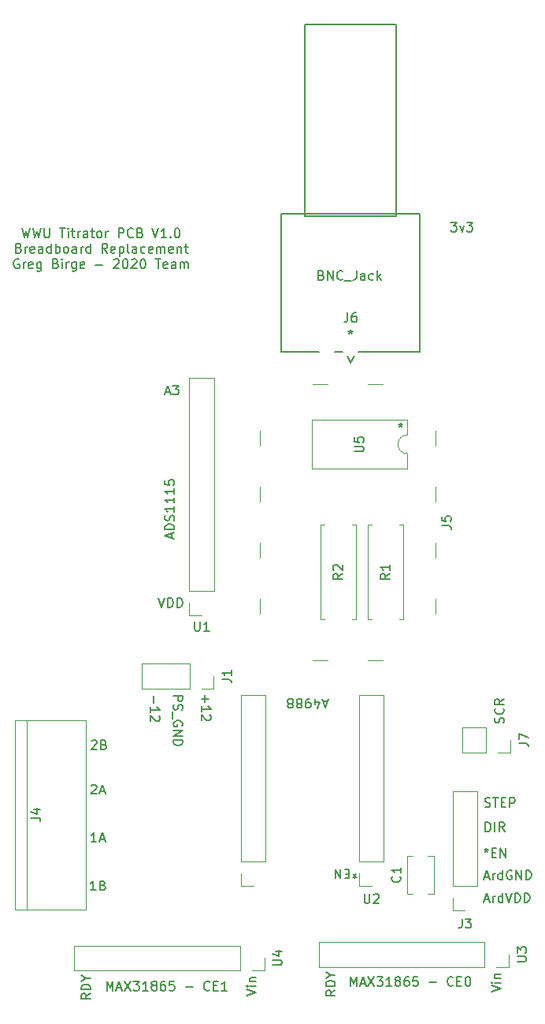
<source format=gto>
G04 #@! TF.GenerationSoftware,KiCad,Pcbnew,(5.1.5)-3*
G04 #@! TF.CreationDate,2020-07-21T16:33:31-04:00*
G04 #@! TF.ProjectId,full_project,66756c6c-5f70-4726-9f6a-6563742e6b69,rev?*
G04 #@! TF.SameCoordinates,Original*
G04 #@! TF.FileFunction,Legend,Top*
G04 #@! TF.FilePolarity,Positive*
%FSLAX46Y46*%
G04 Gerber Fmt 4.6, Leading zero omitted, Abs format (unit mm)*
G04 Created by KiCad (PCBNEW (5.1.5)-3) date 2020-07-21 16:33:31*
%MOMM*%
%LPD*%
G04 APERTURE LIST*
%ADD10C,0.150000*%
%ADD11C,0.120000*%
%ADD12C,0.152400*%
G04 APERTURE END LIST*
D10*
X176020361Y-102022114D02*
X176067980Y-101879257D01*
X176067980Y-101641161D01*
X176020361Y-101545923D01*
X175972742Y-101498304D01*
X175877504Y-101450685D01*
X175782266Y-101450685D01*
X175687028Y-101498304D01*
X175639409Y-101545923D01*
X175591790Y-101641161D01*
X175544171Y-101831638D01*
X175496552Y-101926876D01*
X175448933Y-101974495D01*
X175353695Y-102022114D01*
X175258457Y-102022114D01*
X175163219Y-101974495D01*
X175115600Y-101926876D01*
X175067980Y-101831638D01*
X175067980Y-101593542D01*
X175115600Y-101450685D01*
X175972742Y-100450685D02*
X176020361Y-100498304D01*
X176067980Y-100641161D01*
X176067980Y-100736400D01*
X176020361Y-100879257D01*
X175925123Y-100974495D01*
X175829885Y-101022114D01*
X175639409Y-101069733D01*
X175496552Y-101069733D01*
X175306076Y-101022114D01*
X175210838Y-100974495D01*
X175115600Y-100879257D01*
X175067980Y-100736400D01*
X175067980Y-100641161D01*
X175115600Y-100498304D01*
X175163219Y-100450685D01*
X176067980Y-99450685D02*
X175591790Y-99784019D01*
X176067980Y-100022114D02*
X175067980Y-100022114D01*
X175067980Y-99641161D01*
X175115600Y-99545923D01*
X175163219Y-99498304D01*
X175258457Y-99450685D01*
X175401314Y-99450685D01*
X175496552Y-99498304D01*
X175544171Y-99545923D01*
X175591790Y-99641161D01*
X175591790Y-100022114D01*
X124265800Y-48932580D02*
X124503895Y-49932580D01*
X124694371Y-49218295D01*
X124884847Y-49932580D01*
X125122942Y-48932580D01*
X125408657Y-48932580D02*
X125646752Y-49932580D01*
X125837228Y-49218295D01*
X126027704Y-49932580D01*
X126265800Y-48932580D01*
X126646752Y-48932580D02*
X126646752Y-49742104D01*
X126694371Y-49837342D01*
X126741990Y-49884961D01*
X126837228Y-49932580D01*
X127027704Y-49932580D01*
X127122942Y-49884961D01*
X127170561Y-49837342D01*
X127218180Y-49742104D01*
X127218180Y-48932580D01*
X128313419Y-48932580D02*
X128884847Y-48932580D01*
X128599133Y-49932580D02*
X128599133Y-48932580D01*
X129218180Y-49932580D02*
X129218180Y-49265914D01*
X129218180Y-48932580D02*
X129170561Y-48980200D01*
X129218180Y-49027819D01*
X129265800Y-48980200D01*
X129218180Y-48932580D01*
X129218180Y-49027819D01*
X129551514Y-49265914D02*
X129932466Y-49265914D01*
X129694371Y-48932580D02*
X129694371Y-49789723D01*
X129741990Y-49884961D01*
X129837228Y-49932580D01*
X129932466Y-49932580D01*
X130265800Y-49932580D02*
X130265800Y-49265914D01*
X130265800Y-49456390D02*
X130313419Y-49361152D01*
X130361038Y-49313533D01*
X130456276Y-49265914D01*
X130551514Y-49265914D01*
X131313419Y-49932580D02*
X131313419Y-49408771D01*
X131265800Y-49313533D01*
X131170561Y-49265914D01*
X130980085Y-49265914D01*
X130884847Y-49313533D01*
X131313419Y-49884961D02*
X131218180Y-49932580D01*
X130980085Y-49932580D01*
X130884847Y-49884961D01*
X130837228Y-49789723D01*
X130837228Y-49694485D01*
X130884847Y-49599247D01*
X130980085Y-49551628D01*
X131218180Y-49551628D01*
X131313419Y-49504009D01*
X131646752Y-49265914D02*
X132027704Y-49265914D01*
X131789609Y-48932580D02*
X131789609Y-49789723D01*
X131837228Y-49884961D01*
X131932466Y-49932580D01*
X132027704Y-49932580D01*
X132503895Y-49932580D02*
X132408657Y-49884961D01*
X132361038Y-49837342D01*
X132313419Y-49742104D01*
X132313419Y-49456390D01*
X132361038Y-49361152D01*
X132408657Y-49313533D01*
X132503895Y-49265914D01*
X132646752Y-49265914D01*
X132741990Y-49313533D01*
X132789609Y-49361152D01*
X132837228Y-49456390D01*
X132837228Y-49742104D01*
X132789609Y-49837342D01*
X132741990Y-49884961D01*
X132646752Y-49932580D01*
X132503895Y-49932580D01*
X133265800Y-49932580D02*
X133265800Y-49265914D01*
X133265800Y-49456390D02*
X133313419Y-49361152D01*
X133361038Y-49313533D01*
X133456276Y-49265914D01*
X133551514Y-49265914D01*
X134646752Y-49932580D02*
X134646752Y-48932580D01*
X135027704Y-48932580D01*
X135122942Y-48980200D01*
X135170561Y-49027819D01*
X135218180Y-49123057D01*
X135218180Y-49265914D01*
X135170561Y-49361152D01*
X135122942Y-49408771D01*
X135027704Y-49456390D01*
X134646752Y-49456390D01*
X136218180Y-49837342D02*
X136170561Y-49884961D01*
X136027704Y-49932580D01*
X135932466Y-49932580D01*
X135789609Y-49884961D01*
X135694371Y-49789723D01*
X135646752Y-49694485D01*
X135599133Y-49504009D01*
X135599133Y-49361152D01*
X135646752Y-49170676D01*
X135694371Y-49075438D01*
X135789609Y-48980200D01*
X135932466Y-48932580D01*
X136027704Y-48932580D01*
X136170561Y-48980200D01*
X136218180Y-49027819D01*
X136980085Y-49408771D02*
X137122942Y-49456390D01*
X137170561Y-49504009D01*
X137218180Y-49599247D01*
X137218180Y-49742104D01*
X137170561Y-49837342D01*
X137122942Y-49884961D01*
X137027704Y-49932580D01*
X136646752Y-49932580D01*
X136646752Y-48932580D01*
X136980085Y-48932580D01*
X137075323Y-48980200D01*
X137122942Y-49027819D01*
X137170561Y-49123057D01*
X137170561Y-49218295D01*
X137122942Y-49313533D01*
X137075323Y-49361152D01*
X136980085Y-49408771D01*
X136646752Y-49408771D01*
X138265800Y-48932580D02*
X138599133Y-49932580D01*
X138932466Y-48932580D01*
X139789609Y-49932580D02*
X139218180Y-49932580D01*
X139503895Y-49932580D02*
X139503895Y-48932580D01*
X139408657Y-49075438D01*
X139313419Y-49170676D01*
X139218180Y-49218295D01*
X140218180Y-49837342D02*
X140265800Y-49884961D01*
X140218180Y-49932580D01*
X140170561Y-49884961D01*
X140218180Y-49837342D01*
X140218180Y-49932580D01*
X140884847Y-48932580D02*
X140980085Y-48932580D01*
X141075323Y-48980200D01*
X141122942Y-49027819D01*
X141170561Y-49123057D01*
X141218180Y-49313533D01*
X141218180Y-49551628D01*
X141170561Y-49742104D01*
X141122942Y-49837342D01*
X141075323Y-49884961D01*
X140980085Y-49932580D01*
X140884847Y-49932580D01*
X140789609Y-49884961D01*
X140741990Y-49837342D01*
X140694371Y-49742104D01*
X140646752Y-49551628D01*
X140646752Y-49313533D01*
X140694371Y-49123057D01*
X140741990Y-49027819D01*
X140789609Y-48980200D01*
X140884847Y-48932580D01*
X123908657Y-51058771D02*
X124051514Y-51106390D01*
X124099133Y-51154009D01*
X124146752Y-51249247D01*
X124146752Y-51392104D01*
X124099133Y-51487342D01*
X124051514Y-51534961D01*
X123956276Y-51582580D01*
X123575323Y-51582580D01*
X123575323Y-50582580D01*
X123908657Y-50582580D01*
X124003895Y-50630200D01*
X124051514Y-50677819D01*
X124099133Y-50773057D01*
X124099133Y-50868295D01*
X124051514Y-50963533D01*
X124003895Y-51011152D01*
X123908657Y-51058771D01*
X123575323Y-51058771D01*
X124575323Y-51582580D02*
X124575323Y-50915914D01*
X124575323Y-51106390D02*
X124622942Y-51011152D01*
X124670561Y-50963533D01*
X124765800Y-50915914D01*
X124861038Y-50915914D01*
X125575323Y-51534961D02*
X125480085Y-51582580D01*
X125289609Y-51582580D01*
X125194371Y-51534961D01*
X125146752Y-51439723D01*
X125146752Y-51058771D01*
X125194371Y-50963533D01*
X125289609Y-50915914D01*
X125480085Y-50915914D01*
X125575323Y-50963533D01*
X125622942Y-51058771D01*
X125622942Y-51154009D01*
X125146752Y-51249247D01*
X126480085Y-51582580D02*
X126480085Y-51058771D01*
X126432466Y-50963533D01*
X126337228Y-50915914D01*
X126146752Y-50915914D01*
X126051514Y-50963533D01*
X126480085Y-51534961D02*
X126384847Y-51582580D01*
X126146752Y-51582580D01*
X126051514Y-51534961D01*
X126003895Y-51439723D01*
X126003895Y-51344485D01*
X126051514Y-51249247D01*
X126146752Y-51201628D01*
X126384847Y-51201628D01*
X126480085Y-51154009D01*
X127384847Y-51582580D02*
X127384847Y-50582580D01*
X127384847Y-51534961D02*
X127289609Y-51582580D01*
X127099133Y-51582580D01*
X127003895Y-51534961D01*
X126956276Y-51487342D01*
X126908657Y-51392104D01*
X126908657Y-51106390D01*
X126956276Y-51011152D01*
X127003895Y-50963533D01*
X127099133Y-50915914D01*
X127289609Y-50915914D01*
X127384847Y-50963533D01*
X127861038Y-51582580D02*
X127861038Y-50582580D01*
X127861038Y-50963533D02*
X127956276Y-50915914D01*
X128146752Y-50915914D01*
X128241990Y-50963533D01*
X128289609Y-51011152D01*
X128337228Y-51106390D01*
X128337228Y-51392104D01*
X128289609Y-51487342D01*
X128241990Y-51534961D01*
X128146752Y-51582580D01*
X127956276Y-51582580D01*
X127861038Y-51534961D01*
X128908657Y-51582580D02*
X128813419Y-51534961D01*
X128765800Y-51487342D01*
X128718180Y-51392104D01*
X128718180Y-51106390D01*
X128765800Y-51011152D01*
X128813419Y-50963533D01*
X128908657Y-50915914D01*
X129051514Y-50915914D01*
X129146752Y-50963533D01*
X129194371Y-51011152D01*
X129241990Y-51106390D01*
X129241990Y-51392104D01*
X129194371Y-51487342D01*
X129146752Y-51534961D01*
X129051514Y-51582580D01*
X128908657Y-51582580D01*
X130099133Y-51582580D02*
X130099133Y-51058771D01*
X130051514Y-50963533D01*
X129956276Y-50915914D01*
X129765800Y-50915914D01*
X129670561Y-50963533D01*
X130099133Y-51534961D02*
X130003895Y-51582580D01*
X129765800Y-51582580D01*
X129670561Y-51534961D01*
X129622942Y-51439723D01*
X129622942Y-51344485D01*
X129670561Y-51249247D01*
X129765800Y-51201628D01*
X130003895Y-51201628D01*
X130099133Y-51154009D01*
X130575323Y-51582580D02*
X130575323Y-50915914D01*
X130575323Y-51106390D02*
X130622942Y-51011152D01*
X130670561Y-50963533D01*
X130765800Y-50915914D01*
X130861038Y-50915914D01*
X131622942Y-51582580D02*
X131622942Y-50582580D01*
X131622942Y-51534961D02*
X131527704Y-51582580D01*
X131337228Y-51582580D01*
X131241990Y-51534961D01*
X131194371Y-51487342D01*
X131146752Y-51392104D01*
X131146752Y-51106390D01*
X131194371Y-51011152D01*
X131241990Y-50963533D01*
X131337228Y-50915914D01*
X131527704Y-50915914D01*
X131622942Y-50963533D01*
X133432466Y-51582580D02*
X133099133Y-51106390D01*
X132861038Y-51582580D02*
X132861038Y-50582580D01*
X133241990Y-50582580D01*
X133337228Y-50630200D01*
X133384847Y-50677819D01*
X133432466Y-50773057D01*
X133432466Y-50915914D01*
X133384847Y-51011152D01*
X133337228Y-51058771D01*
X133241990Y-51106390D01*
X132861038Y-51106390D01*
X134241990Y-51534961D02*
X134146752Y-51582580D01*
X133956276Y-51582580D01*
X133861038Y-51534961D01*
X133813419Y-51439723D01*
X133813419Y-51058771D01*
X133861038Y-50963533D01*
X133956276Y-50915914D01*
X134146752Y-50915914D01*
X134241990Y-50963533D01*
X134289609Y-51058771D01*
X134289609Y-51154009D01*
X133813419Y-51249247D01*
X134718180Y-50915914D02*
X134718180Y-51915914D01*
X134718180Y-50963533D02*
X134813419Y-50915914D01*
X135003895Y-50915914D01*
X135099133Y-50963533D01*
X135146752Y-51011152D01*
X135194371Y-51106390D01*
X135194371Y-51392104D01*
X135146752Y-51487342D01*
X135099133Y-51534961D01*
X135003895Y-51582580D01*
X134813419Y-51582580D01*
X134718180Y-51534961D01*
X135765800Y-51582580D02*
X135670561Y-51534961D01*
X135622942Y-51439723D01*
X135622942Y-50582580D01*
X136575323Y-51582580D02*
X136575323Y-51058771D01*
X136527704Y-50963533D01*
X136432466Y-50915914D01*
X136241990Y-50915914D01*
X136146752Y-50963533D01*
X136575323Y-51534961D02*
X136480085Y-51582580D01*
X136241990Y-51582580D01*
X136146752Y-51534961D01*
X136099133Y-51439723D01*
X136099133Y-51344485D01*
X136146752Y-51249247D01*
X136241990Y-51201628D01*
X136480085Y-51201628D01*
X136575323Y-51154009D01*
X137480085Y-51534961D02*
X137384847Y-51582580D01*
X137194371Y-51582580D01*
X137099133Y-51534961D01*
X137051514Y-51487342D01*
X137003895Y-51392104D01*
X137003895Y-51106390D01*
X137051514Y-51011152D01*
X137099133Y-50963533D01*
X137194371Y-50915914D01*
X137384847Y-50915914D01*
X137480085Y-50963533D01*
X138289609Y-51534961D02*
X138194371Y-51582580D01*
X138003895Y-51582580D01*
X137908657Y-51534961D01*
X137861038Y-51439723D01*
X137861038Y-51058771D01*
X137908657Y-50963533D01*
X138003895Y-50915914D01*
X138194371Y-50915914D01*
X138289609Y-50963533D01*
X138337228Y-51058771D01*
X138337228Y-51154009D01*
X137861038Y-51249247D01*
X138765800Y-51582580D02*
X138765800Y-50915914D01*
X138765800Y-51011152D02*
X138813419Y-50963533D01*
X138908657Y-50915914D01*
X139051514Y-50915914D01*
X139146752Y-50963533D01*
X139194371Y-51058771D01*
X139194371Y-51582580D01*
X139194371Y-51058771D02*
X139241990Y-50963533D01*
X139337228Y-50915914D01*
X139480085Y-50915914D01*
X139575323Y-50963533D01*
X139622942Y-51058771D01*
X139622942Y-51582580D01*
X140480085Y-51534961D02*
X140384847Y-51582580D01*
X140194371Y-51582580D01*
X140099133Y-51534961D01*
X140051514Y-51439723D01*
X140051514Y-51058771D01*
X140099133Y-50963533D01*
X140194371Y-50915914D01*
X140384847Y-50915914D01*
X140480085Y-50963533D01*
X140527704Y-51058771D01*
X140527704Y-51154009D01*
X140051514Y-51249247D01*
X140956276Y-50915914D02*
X140956276Y-51582580D01*
X140956276Y-51011152D02*
X141003895Y-50963533D01*
X141099133Y-50915914D01*
X141241990Y-50915914D01*
X141337228Y-50963533D01*
X141384847Y-51058771D01*
X141384847Y-51582580D01*
X141718180Y-50915914D02*
X142099133Y-50915914D01*
X141861038Y-50582580D02*
X141861038Y-51439723D01*
X141908657Y-51534961D01*
X142003895Y-51582580D01*
X142099133Y-51582580D01*
X123932466Y-52280200D02*
X123837228Y-52232580D01*
X123694371Y-52232580D01*
X123551514Y-52280200D01*
X123456276Y-52375438D01*
X123408657Y-52470676D01*
X123361038Y-52661152D01*
X123361038Y-52804009D01*
X123408657Y-52994485D01*
X123456276Y-53089723D01*
X123551514Y-53184961D01*
X123694371Y-53232580D01*
X123789609Y-53232580D01*
X123932466Y-53184961D01*
X123980085Y-53137342D01*
X123980085Y-52804009D01*
X123789609Y-52804009D01*
X124408657Y-53232580D02*
X124408657Y-52565914D01*
X124408657Y-52756390D02*
X124456276Y-52661152D01*
X124503895Y-52613533D01*
X124599133Y-52565914D01*
X124694371Y-52565914D01*
X125408657Y-53184961D02*
X125313419Y-53232580D01*
X125122942Y-53232580D01*
X125027704Y-53184961D01*
X124980085Y-53089723D01*
X124980085Y-52708771D01*
X125027704Y-52613533D01*
X125122942Y-52565914D01*
X125313419Y-52565914D01*
X125408657Y-52613533D01*
X125456276Y-52708771D01*
X125456276Y-52804009D01*
X124980085Y-52899247D01*
X126313419Y-52565914D02*
X126313419Y-53375438D01*
X126265800Y-53470676D01*
X126218180Y-53518295D01*
X126122942Y-53565914D01*
X125980085Y-53565914D01*
X125884847Y-53518295D01*
X126313419Y-53184961D02*
X126218180Y-53232580D01*
X126027704Y-53232580D01*
X125932466Y-53184961D01*
X125884847Y-53137342D01*
X125837228Y-53042104D01*
X125837228Y-52756390D01*
X125884847Y-52661152D01*
X125932466Y-52613533D01*
X126027704Y-52565914D01*
X126218180Y-52565914D01*
X126313419Y-52613533D01*
X127884847Y-52708771D02*
X128027704Y-52756390D01*
X128075323Y-52804009D01*
X128122942Y-52899247D01*
X128122942Y-53042104D01*
X128075323Y-53137342D01*
X128027704Y-53184961D01*
X127932466Y-53232580D01*
X127551514Y-53232580D01*
X127551514Y-52232580D01*
X127884847Y-52232580D01*
X127980085Y-52280200D01*
X128027704Y-52327819D01*
X128075323Y-52423057D01*
X128075323Y-52518295D01*
X128027704Y-52613533D01*
X127980085Y-52661152D01*
X127884847Y-52708771D01*
X127551514Y-52708771D01*
X128551514Y-53232580D02*
X128551514Y-52565914D01*
X128551514Y-52232580D02*
X128503895Y-52280200D01*
X128551514Y-52327819D01*
X128599133Y-52280200D01*
X128551514Y-52232580D01*
X128551514Y-52327819D01*
X129027704Y-53232580D02*
X129027704Y-52565914D01*
X129027704Y-52756390D02*
X129075323Y-52661152D01*
X129122942Y-52613533D01*
X129218180Y-52565914D01*
X129313419Y-52565914D01*
X130075323Y-52565914D02*
X130075323Y-53375438D01*
X130027704Y-53470676D01*
X129980085Y-53518295D01*
X129884847Y-53565914D01*
X129741990Y-53565914D01*
X129646752Y-53518295D01*
X130075323Y-53184961D02*
X129980085Y-53232580D01*
X129789609Y-53232580D01*
X129694371Y-53184961D01*
X129646752Y-53137342D01*
X129599133Y-53042104D01*
X129599133Y-52756390D01*
X129646752Y-52661152D01*
X129694371Y-52613533D01*
X129789609Y-52565914D01*
X129980085Y-52565914D01*
X130075323Y-52613533D01*
X130932466Y-53184961D02*
X130837228Y-53232580D01*
X130646752Y-53232580D01*
X130551514Y-53184961D01*
X130503895Y-53089723D01*
X130503895Y-52708771D01*
X130551514Y-52613533D01*
X130646752Y-52565914D01*
X130837228Y-52565914D01*
X130932466Y-52613533D01*
X130980085Y-52708771D01*
X130980085Y-52804009D01*
X130503895Y-52899247D01*
X132170561Y-52851628D02*
X132932466Y-52851628D01*
X134122942Y-52327819D02*
X134170561Y-52280200D01*
X134265800Y-52232580D01*
X134503895Y-52232580D01*
X134599133Y-52280200D01*
X134646752Y-52327819D01*
X134694371Y-52423057D01*
X134694371Y-52518295D01*
X134646752Y-52661152D01*
X134075323Y-53232580D01*
X134694371Y-53232580D01*
X135313419Y-52232580D02*
X135408657Y-52232580D01*
X135503895Y-52280200D01*
X135551514Y-52327819D01*
X135599133Y-52423057D01*
X135646752Y-52613533D01*
X135646752Y-52851628D01*
X135599133Y-53042104D01*
X135551514Y-53137342D01*
X135503895Y-53184961D01*
X135408657Y-53232580D01*
X135313419Y-53232580D01*
X135218180Y-53184961D01*
X135170561Y-53137342D01*
X135122942Y-53042104D01*
X135075323Y-52851628D01*
X135075323Y-52613533D01*
X135122942Y-52423057D01*
X135170561Y-52327819D01*
X135218180Y-52280200D01*
X135313419Y-52232580D01*
X136027704Y-52327819D02*
X136075323Y-52280200D01*
X136170561Y-52232580D01*
X136408657Y-52232580D01*
X136503895Y-52280200D01*
X136551514Y-52327819D01*
X136599133Y-52423057D01*
X136599133Y-52518295D01*
X136551514Y-52661152D01*
X135980085Y-53232580D01*
X136599133Y-53232580D01*
X137218180Y-52232580D02*
X137313419Y-52232580D01*
X137408657Y-52280200D01*
X137456276Y-52327819D01*
X137503895Y-52423057D01*
X137551514Y-52613533D01*
X137551514Y-52851628D01*
X137503895Y-53042104D01*
X137456276Y-53137342D01*
X137408657Y-53184961D01*
X137313419Y-53232580D01*
X137218180Y-53232580D01*
X137122942Y-53184961D01*
X137075323Y-53137342D01*
X137027704Y-53042104D01*
X136980085Y-52851628D01*
X136980085Y-52613533D01*
X137027704Y-52423057D01*
X137075323Y-52327819D01*
X137122942Y-52280200D01*
X137218180Y-52232580D01*
X138599133Y-52232580D02*
X139170561Y-52232580D01*
X138884847Y-53232580D02*
X138884847Y-52232580D01*
X139884847Y-53184961D02*
X139789609Y-53232580D01*
X139599133Y-53232580D01*
X139503895Y-53184961D01*
X139456276Y-53089723D01*
X139456276Y-52708771D01*
X139503895Y-52613533D01*
X139599133Y-52565914D01*
X139789609Y-52565914D01*
X139884847Y-52613533D01*
X139932466Y-52708771D01*
X139932466Y-52804009D01*
X139456276Y-52899247D01*
X140789609Y-53232580D02*
X140789609Y-52708771D01*
X140741990Y-52613533D01*
X140646752Y-52565914D01*
X140456276Y-52565914D01*
X140361038Y-52613533D01*
X140789609Y-53184961D02*
X140694371Y-53232580D01*
X140456276Y-53232580D01*
X140361038Y-53184961D01*
X140313419Y-53089723D01*
X140313419Y-52994485D01*
X140361038Y-52899247D01*
X140456276Y-52851628D01*
X140694371Y-52851628D01*
X140789609Y-52804009D01*
X141265800Y-53232580D02*
X141265800Y-52565914D01*
X141265800Y-52661152D02*
X141313419Y-52613533D01*
X141408657Y-52565914D01*
X141551514Y-52565914D01*
X141646752Y-52613533D01*
X141694371Y-52708771D01*
X141694371Y-53232580D01*
X141694371Y-52708771D02*
X141741990Y-52613533D01*
X141837228Y-52565914D01*
X141980085Y-52565914D01*
X142075323Y-52613533D01*
X142122942Y-52708771D01*
X142122942Y-53232580D01*
X170361123Y-48296580D02*
X170980171Y-48296580D01*
X170646838Y-48677533D01*
X170789695Y-48677533D01*
X170884933Y-48725152D01*
X170932552Y-48772771D01*
X170980171Y-48868009D01*
X170980171Y-49106104D01*
X170932552Y-49201342D01*
X170884933Y-49248961D01*
X170789695Y-49296580D01*
X170503980Y-49296580D01*
X170408742Y-49248961D01*
X170361123Y-49201342D01*
X171313504Y-48629914D02*
X171551600Y-49296580D01*
X171789695Y-48629914D01*
X172075409Y-48296580D02*
X172694457Y-48296580D01*
X172361123Y-48677533D01*
X172503980Y-48677533D01*
X172599219Y-48725152D01*
X172646838Y-48772771D01*
X172694457Y-48868009D01*
X172694457Y-49106104D01*
X172646838Y-49201342D01*
X172599219Y-49248961D01*
X172503980Y-49296580D01*
X172218266Y-49296580D01*
X172123028Y-49248961D01*
X172075409Y-49201342D01*
X164947600Y-69835780D02*
X164947600Y-70073876D01*
X164709504Y-69978638D02*
X164947600Y-70073876D01*
X165185695Y-69978638D01*
X164804742Y-70264352D02*
X164947600Y-70073876D01*
X165090457Y-70264352D01*
X138434771Y-99123666D02*
X138434771Y-99885571D01*
X138053819Y-100885571D02*
X138053819Y-100314142D01*
X138053819Y-100599857D02*
X139053819Y-100599857D01*
X138910961Y-100504619D01*
X138815723Y-100409380D01*
X138768104Y-100314142D01*
X138958580Y-101266523D02*
X139006200Y-101314142D01*
X139053819Y-101409380D01*
X139053819Y-101647476D01*
X139006200Y-101742714D01*
X138958580Y-101790333D01*
X138863342Y-101837952D01*
X138768104Y-101837952D01*
X138625247Y-101790333D01*
X138053819Y-101218904D01*
X138053819Y-101837952D01*
X140517619Y-99109542D02*
X141517619Y-99109542D01*
X141517619Y-99490495D01*
X141470000Y-99585733D01*
X141422380Y-99633352D01*
X141327142Y-99680971D01*
X141184285Y-99680971D01*
X141089047Y-99633352D01*
X141041428Y-99585733D01*
X140993809Y-99490495D01*
X140993809Y-99109542D01*
X140565238Y-100061923D02*
X140517619Y-100204780D01*
X140517619Y-100442876D01*
X140565238Y-100538114D01*
X140612857Y-100585733D01*
X140708095Y-100633352D01*
X140803333Y-100633352D01*
X140898571Y-100585733D01*
X140946190Y-100538114D01*
X140993809Y-100442876D01*
X141041428Y-100252400D01*
X141089047Y-100157161D01*
X141136666Y-100109542D01*
X141231904Y-100061923D01*
X141327142Y-100061923D01*
X141422380Y-100109542D01*
X141470000Y-100157161D01*
X141517619Y-100252400D01*
X141517619Y-100490495D01*
X141470000Y-100633352D01*
X140422380Y-100823828D02*
X140422380Y-101585733D01*
X141470000Y-102347638D02*
X141517619Y-102252400D01*
X141517619Y-102109542D01*
X141470000Y-101966685D01*
X141374761Y-101871447D01*
X141279523Y-101823828D01*
X141089047Y-101776209D01*
X140946190Y-101776209D01*
X140755714Y-101823828D01*
X140660476Y-101871447D01*
X140565238Y-101966685D01*
X140517619Y-102109542D01*
X140517619Y-102204780D01*
X140565238Y-102347638D01*
X140612857Y-102395257D01*
X140946190Y-102395257D01*
X140946190Y-102204780D01*
X140517619Y-102823828D02*
X141517619Y-102823828D01*
X140517619Y-103395257D01*
X141517619Y-103395257D01*
X140517619Y-103871447D02*
X141517619Y-103871447D01*
X141517619Y-104109542D01*
X141470000Y-104252400D01*
X141374761Y-104347638D01*
X141279523Y-104395257D01*
X141089047Y-104442876D01*
X140946190Y-104442876D01*
X140755714Y-104395257D01*
X140660476Y-104347638D01*
X140565238Y-104252400D01*
X140517619Y-104109542D01*
X140517619Y-103871447D01*
X143921171Y-99047466D02*
X143921171Y-99809371D01*
X143540219Y-99428419D02*
X144302123Y-99428419D01*
X143540219Y-100809371D02*
X143540219Y-100237942D01*
X143540219Y-100523657D02*
X144540219Y-100523657D01*
X144397361Y-100428419D01*
X144302123Y-100333180D01*
X144254504Y-100237942D01*
X144444980Y-101190323D02*
X144492600Y-101237942D01*
X144540219Y-101333180D01*
X144540219Y-101571276D01*
X144492600Y-101666514D01*
X144444980Y-101714133D01*
X144349742Y-101761752D01*
X144254504Y-101761752D01*
X144111647Y-101714133D01*
X143540219Y-101142704D01*
X143540219Y-101761752D01*
X131726085Y-103967019D02*
X131773704Y-103919400D01*
X131868942Y-103871780D01*
X132107038Y-103871780D01*
X132202276Y-103919400D01*
X132249895Y-103967019D01*
X132297514Y-104062257D01*
X132297514Y-104157495D01*
X132249895Y-104300352D01*
X131678466Y-104871780D01*
X132297514Y-104871780D01*
X133059419Y-104347971D02*
X133202276Y-104395590D01*
X133249895Y-104443209D01*
X133297514Y-104538447D01*
X133297514Y-104681304D01*
X133249895Y-104776542D01*
X133202276Y-104824161D01*
X133107038Y-104871780D01*
X132726085Y-104871780D01*
X132726085Y-103871780D01*
X133059419Y-103871780D01*
X133154657Y-103919400D01*
X133202276Y-103967019D01*
X133249895Y-104062257D01*
X133249895Y-104157495D01*
X133202276Y-104252733D01*
X133154657Y-104300352D01*
X133059419Y-104347971D01*
X132726085Y-104347971D01*
X131695914Y-108742219D02*
X131743533Y-108694600D01*
X131838771Y-108646980D01*
X132076866Y-108646980D01*
X132172104Y-108694600D01*
X132219723Y-108742219D01*
X132267342Y-108837457D01*
X132267342Y-108932695D01*
X132219723Y-109075552D01*
X131648295Y-109646980D01*
X132267342Y-109646980D01*
X132648295Y-109361266D02*
X133124485Y-109361266D01*
X132553057Y-109646980D02*
X132886390Y-108646980D01*
X133219723Y-109646980D01*
X132241942Y-114777780D02*
X131670514Y-114777780D01*
X131956228Y-114777780D02*
X131956228Y-113777780D01*
X131860990Y-113920638D01*
X131765752Y-114015876D01*
X131670514Y-114063495D01*
X132622895Y-114492066D02*
X133099085Y-114492066D01*
X132527657Y-114777780D02*
X132860990Y-113777780D01*
X133194323Y-114777780D01*
X132195914Y-119984780D02*
X131624485Y-119984780D01*
X131910200Y-119984780D02*
X131910200Y-118984780D01*
X131814961Y-119127638D01*
X131719723Y-119222876D01*
X131624485Y-119270495D01*
X132957819Y-119460971D02*
X133100676Y-119508590D01*
X133148295Y-119556209D01*
X133195914Y-119651447D01*
X133195914Y-119794304D01*
X133148295Y-119889542D01*
X133100676Y-119937161D01*
X133005438Y-119984780D01*
X132624485Y-119984780D01*
X132624485Y-118984780D01*
X132957819Y-118984780D01*
X133053057Y-119032400D01*
X133100676Y-119080019D01*
X133148295Y-119175257D01*
X133148295Y-119270495D01*
X133100676Y-119365733D01*
X133053057Y-119413352D01*
X132957819Y-119460971D01*
X132624485Y-119460971D01*
X133373028Y-130754380D02*
X133373028Y-129754380D01*
X133706361Y-130468666D01*
X134039695Y-129754380D01*
X134039695Y-130754380D01*
X134468266Y-130468666D02*
X134944457Y-130468666D01*
X134373028Y-130754380D02*
X134706361Y-129754380D01*
X135039695Y-130754380D01*
X135277790Y-129754380D02*
X135944457Y-130754380D01*
X135944457Y-129754380D02*
X135277790Y-130754380D01*
X136230171Y-129754380D02*
X136849219Y-129754380D01*
X136515885Y-130135333D01*
X136658742Y-130135333D01*
X136753980Y-130182952D01*
X136801600Y-130230571D01*
X136849219Y-130325809D01*
X136849219Y-130563904D01*
X136801600Y-130659142D01*
X136753980Y-130706761D01*
X136658742Y-130754380D01*
X136373028Y-130754380D01*
X136277790Y-130706761D01*
X136230171Y-130659142D01*
X137801600Y-130754380D02*
X137230171Y-130754380D01*
X137515885Y-130754380D02*
X137515885Y-129754380D01*
X137420647Y-129897238D01*
X137325409Y-129992476D01*
X137230171Y-130040095D01*
X138373028Y-130182952D02*
X138277790Y-130135333D01*
X138230171Y-130087714D01*
X138182552Y-129992476D01*
X138182552Y-129944857D01*
X138230171Y-129849619D01*
X138277790Y-129802000D01*
X138373028Y-129754380D01*
X138563504Y-129754380D01*
X138658742Y-129802000D01*
X138706361Y-129849619D01*
X138753980Y-129944857D01*
X138753980Y-129992476D01*
X138706361Y-130087714D01*
X138658742Y-130135333D01*
X138563504Y-130182952D01*
X138373028Y-130182952D01*
X138277790Y-130230571D01*
X138230171Y-130278190D01*
X138182552Y-130373428D01*
X138182552Y-130563904D01*
X138230171Y-130659142D01*
X138277790Y-130706761D01*
X138373028Y-130754380D01*
X138563504Y-130754380D01*
X138658742Y-130706761D01*
X138706361Y-130659142D01*
X138753980Y-130563904D01*
X138753980Y-130373428D01*
X138706361Y-130278190D01*
X138658742Y-130230571D01*
X138563504Y-130182952D01*
X139611123Y-129754380D02*
X139420647Y-129754380D01*
X139325409Y-129802000D01*
X139277790Y-129849619D01*
X139182552Y-129992476D01*
X139134933Y-130182952D01*
X139134933Y-130563904D01*
X139182552Y-130659142D01*
X139230171Y-130706761D01*
X139325409Y-130754380D01*
X139515885Y-130754380D01*
X139611123Y-130706761D01*
X139658742Y-130659142D01*
X139706361Y-130563904D01*
X139706361Y-130325809D01*
X139658742Y-130230571D01*
X139611123Y-130182952D01*
X139515885Y-130135333D01*
X139325409Y-130135333D01*
X139230171Y-130182952D01*
X139182552Y-130230571D01*
X139134933Y-130325809D01*
X140611123Y-129754380D02*
X140134933Y-129754380D01*
X140087314Y-130230571D01*
X140134933Y-130182952D01*
X140230171Y-130135333D01*
X140468266Y-130135333D01*
X140563504Y-130182952D01*
X140611123Y-130230571D01*
X140658742Y-130325809D01*
X140658742Y-130563904D01*
X140611123Y-130659142D01*
X140563504Y-130706761D01*
X140468266Y-130754380D01*
X140230171Y-130754380D01*
X140134933Y-130706761D01*
X140087314Y-130659142D01*
X141849219Y-130373428D02*
X142611123Y-130373428D01*
X144420647Y-130659142D02*
X144373028Y-130706761D01*
X144230171Y-130754380D01*
X144134933Y-130754380D01*
X143992076Y-130706761D01*
X143896838Y-130611523D01*
X143849219Y-130516285D01*
X143801600Y-130325809D01*
X143801600Y-130182952D01*
X143849219Y-129992476D01*
X143896838Y-129897238D01*
X143992076Y-129802000D01*
X144134933Y-129754380D01*
X144230171Y-129754380D01*
X144373028Y-129802000D01*
X144420647Y-129849619D01*
X144849219Y-130230571D02*
X145182552Y-130230571D01*
X145325409Y-130754380D02*
X144849219Y-130754380D01*
X144849219Y-129754380D01*
X145325409Y-129754380D01*
X146277790Y-130754380D02*
X145706361Y-130754380D01*
X145992076Y-130754380D02*
X145992076Y-129754380D01*
X145896838Y-129897238D01*
X145801600Y-129992476D01*
X145706361Y-130040095D01*
X159560428Y-130271780D02*
X159560428Y-129271780D01*
X159893761Y-129986066D01*
X160227095Y-129271780D01*
X160227095Y-130271780D01*
X160655666Y-129986066D02*
X161131857Y-129986066D01*
X160560428Y-130271780D02*
X160893761Y-129271780D01*
X161227095Y-130271780D01*
X161465190Y-129271780D02*
X162131857Y-130271780D01*
X162131857Y-129271780D02*
X161465190Y-130271780D01*
X162417571Y-129271780D02*
X163036619Y-129271780D01*
X162703285Y-129652733D01*
X162846142Y-129652733D01*
X162941380Y-129700352D01*
X162989000Y-129747971D01*
X163036619Y-129843209D01*
X163036619Y-130081304D01*
X162989000Y-130176542D01*
X162941380Y-130224161D01*
X162846142Y-130271780D01*
X162560428Y-130271780D01*
X162465190Y-130224161D01*
X162417571Y-130176542D01*
X163989000Y-130271780D02*
X163417571Y-130271780D01*
X163703285Y-130271780D02*
X163703285Y-129271780D01*
X163608047Y-129414638D01*
X163512809Y-129509876D01*
X163417571Y-129557495D01*
X164560428Y-129700352D02*
X164465190Y-129652733D01*
X164417571Y-129605114D01*
X164369952Y-129509876D01*
X164369952Y-129462257D01*
X164417571Y-129367019D01*
X164465190Y-129319400D01*
X164560428Y-129271780D01*
X164750904Y-129271780D01*
X164846142Y-129319400D01*
X164893761Y-129367019D01*
X164941380Y-129462257D01*
X164941380Y-129509876D01*
X164893761Y-129605114D01*
X164846142Y-129652733D01*
X164750904Y-129700352D01*
X164560428Y-129700352D01*
X164465190Y-129747971D01*
X164417571Y-129795590D01*
X164369952Y-129890828D01*
X164369952Y-130081304D01*
X164417571Y-130176542D01*
X164465190Y-130224161D01*
X164560428Y-130271780D01*
X164750904Y-130271780D01*
X164846142Y-130224161D01*
X164893761Y-130176542D01*
X164941380Y-130081304D01*
X164941380Y-129890828D01*
X164893761Y-129795590D01*
X164846142Y-129747971D01*
X164750904Y-129700352D01*
X165798523Y-129271780D02*
X165608047Y-129271780D01*
X165512809Y-129319400D01*
X165465190Y-129367019D01*
X165369952Y-129509876D01*
X165322333Y-129700352D01*
X165322333Y-130081304D01*
X165369952Y-130176542D01*
X165417571Y-130224161D01*
X165512809Y-130271780D01*
X165703285Y-130271780D01*
X165798523Y-130224161D01*
X165846142Y-130176542D01*
X165893761Y-130081304D01*
X165893761Y-129843209D01*
X165846142Y-129747971D01*
X165798523Y-129700352D01*
X165703285Y-129652733D01*
X165512809Y-129652733D01*
X165417571Y-129700352D01*
X165369952Y-129747971D01*
X165322333Y-129843209D01*
X166798523Y-129271780D02*
X166322333Y-129271780D01*
X166274714Y-129747971D01*
X166322333Y-129700352D01*
X166417571Y-129652733D01*
X166655666Y-129652733D01*
X166750904Y-129700352D01*
X166798523Y-129747971D01*
X166846142Y-129843209D01*
X166846142Y-130081304D01*
X166798523Y-130176542D01*
X166750904Y-130224161D01*
X166655666Y-130271780D01*
X166417571Y-130271780D01*
X166322333Y-130224161D01*
X166274714Y-130176542D01*
X168036619Y-129890828D02*
X168798523Y-129890828D01*
X170608047Y-130176542D02*
X170560428Y-130224161D01*
X170417571Y-130271780D01*
X170322333Y-130271780D01*
X170179476Y-130224161D01*
X170084238Y-130128923D01*
X170036619Y-130033685D01*
X169989000Y-129843209D01*
X169989000Y-129700352D01*
X170036619Y-129509876D01*
X170084238Y-129414638D01*
X170179476Y-129319400D01*
X170322333Y-129271780D01*
X170417571Y-129271780D01*
X170560428Y-129319400D01*
X170608047Y-129367019D01*
X171036619Y-129747971D02*
X171369952Y-129747971D01*
X171512809Y-130271780D02*
X171036619Y-130271780D01*
X171036619Y-129271780D01*
X171512809Y-129271780D01*
X172131857Y-129271780D02*
X172227095Y-129271780D01*
X172322333Y-129319400D01*
X172369952Y-129367019D01*
X172417571Y-129462257D01*
X172465190Y-129652733D01*
X172465190Y-129890828D01*
X172417571Y-130081304D01*
X172369952Y-130176542D01*
X172322333Y-130224161D01*
X172227095Y-130271780D01*
X172131857Y-130271780D01*
X172036619Y-130224161D01*
X171989000Y-130176542D01*
X171941380Y-130081304D01*
X171893761Y-129890828D01*
X171893761Y-129652733D01*
X171941380Y-129462257D01*
X171989000Y-129367019D01*
X172036619Y-129319400D01*
X172131857Y-129271780D01*
X174021952Y-111021761D02*
X174164809Y-111069380D01*
X174402904Y-111069380D01*
X174498142Y-111021761D01*
X174545761Y-110974142D01*
X174593380Y-110878904D01*
X174593380Y-110783666D01*
X174545761Y-110688428D01*
X174498142Y-110640809D01*
X174402904Y-110593190D01*
X174212428Y-110545571D01*
X174117190Y-110497952D01*
X174069571Y-110450333D01*
X174021952Y-110355095D01*
X174021952Y-110259857D01*
X174069571Y-110164619D01*
X174117190Y-110117000D01*
X174212428Y-110069380D01*
X174450523Y-110069380D01*
X174593380Y-110117000D01*
X174879095Y-110069380D02*
X175450523Y-110069380D01*
X175164809Y-111069380D02*
X175164809Y-110069380D01*
X175783857Y-110545571D02*
X176117190Y-110545571D01*
X176260047Y-111069380D02*
X175783857Y-111069380D01*
X175783857Y-110069380D01*
X176260047Y-110069380D01*
X176688619Y-111069380D02*
X176688619Y-110069380D01*
X177069571Y-110069380D01*
X177164809Y-110117000D01*
X177212428Y-110164619D01*
X177260047Y-110259857D01*
X177260047Y-110402714D01*
X177212428Y-110497952D01*
X177164809Y-110545571D01*
X177069571Y-110593190D01*
X176688619Y-110593190D01*
X174082200Y-113685580D02*
X174082200Y-112685580D01*
X174320295Y-112685580D01*
X174463152Y-112733200D01*
X174558390Y-112828438D01*
X174606009Y-112923676D01*
X174653628Y-113114152D01*
X174653628Y-113257009D01*
X174606009Y-113447485D01*
X174558390Y-113542723D01*
X174463152Y-113637961D01*
X174320295Y-113685580D01*
X174082200Y-113685580D01*
X175082200Y-113685580D02*
X175082200Y-112685580D01*
X176129819Y-113685580D02*
X175796485Y-113209390D01*
X175558390Y-113685580D02*
X175558390Y-112685580D01*
X175939342Y-112685580D01*
X176034580Y-112733200D01*
X176082200Y-112780819D01*
X176129819Y-112876057D01*
X176129819Y-113018914D01*
X176082200Y-113114152D01*
X176034580Y-113161771D01*
X175939342Y-113209390D01*
X175558390Y-113209390D01*
X174156809Y-115454180D02*
X174156809Y-115692276D01*
X173918714Y-115597038D02*
X174156809Y-115692276D01*
X174394904Y-115597038D01*
X174013952Y-115882752D02*
X174156809Y-115692276D01*
X174299666Y-115882752D01*
X174775857Y-115930371D02*
X175109190Y-115930371D01*
X175252047Y-116454180D02*
X174775857Y-116454180D01*
X174775857Y-115454180D01*
X175252047Y-115454180D01*
X175680619Y-116454180D02*
X175680619Y-115454180D01*
X176252047Y-116454180D01*
X176252047Y-115454180D01*
X173955390Y-118556066D02*
X174431580Y-118556066D01*
X173860152Y-118841780D02*
X174193485Y-117841780D01*
X174526819Y-118841780D01*
X174860152Y-118841780D02*
X174860152Y-118175114D01*
X174860152Y-118365590D02*
X174907771Y-118270352D01*
X174955390Y-118222733D01*
X175050628Y-118175114D01*
X175145866Y-118175114D01*
X175907771Y-118841780D02*
X175907771Y-117841780D01*
X175907771Y-118794161D02*
X175812533Y-118841780D01*
X175622057Y-118841780D01*
X175526819Y-118794161D01*
X175479200Y-118746542D01*
X175431580Y-118651304D01*
X175431580Y-118365590D01*
X175479200Y-118270352D01*
X175526819Y-118222733D01*
X175622057Y-118175114D01*
X175812533Y-118175114D01*
X175907771Y-118222733D01*
X176907771Y-117889400D02*
X176812533Y-117841780D01*
X176669676Y-117841780D01*
X176526819Y-117889400D01*
X176431580Y-117984638D01*
X176383961Y-118079876D01*
X176336342Y-118270352D01*
X176336342Y-118413209D01*
X176383961Y-118603685D01*
X176431580Y-118698923D01*
X176526819Y-118794161D01*
X176669676Y-118841780D01*
X176764914Y-118841780D01*
X176907771Y-118794161D01*
X176955390Y-118746542D01*
X176955390Y-118413209D01*
X176764914Y-118413209D01*
X177383961Y-118841780D02*
X177383961Y-117841780D01*
X177955390Y-118841780D01*
X177955390Y-117841780D01*
X178431580Y-118841780D02*
X178431580Y-117841780D01*
X178669676Y-117841780D01*
X178812533Y-117889400D01*
X178907771Y-117984638D01*
X178955390Y-118079876D01*
X179003009Y-118270352D01*
X179003009Y-118413209D01*
X178955390Y-118603685D01*
X178907771Y-118698923D01*
X178812533Y-118794161D01*
X178669676Y-118841780D01*
X178431580Y-118841780D01*
X173974428Y-120994466D02*
X174450619Y-120994466D01*
X173879190Y-121280180D02*
X174212523Y-120280180D01*
X174545857Y-121280180D01*
X174879190Y-121280180D02*
X174879190Y-120613514D01*
X174879190Y-120803990D02*
X174926809Y-120708752D01*
X174974428Y-120661133D01*
X175069666Y-120613514D01*
X175164904Y-120613514D01*
X175926809Y-121280180D02*
X175926809Y-120280180D01*
X175926809Y-121232561D02*
X175831571Y-121280180D01*
X175641095Y-121280180D01*
X175545857Y-121232561D01*
X175498238Y-121184942D01*
X175450619Y-121089704D01*
X175450619Y-120803990D01*
X175498238Y-120708752D01*
X175545857Y-120661133D01*
X175641095Y-120613514D01*
X175831571Y-120613514D01*
X175926809Y-120661133D01*
X176260142Y-120280180D02*
X176593476Y-121280180D01*
X176926809Y-120280180D01*
X177260142Y-121280180D02*
X177260142Y-120280180D01*
X177498238Y-120280180D01*
X177641095Y-120327800D01*
X177736333Y-120423038D01*
X177783952Y-120518276D01*
X177831571Y-120708752D01*
X177831571Y-120851609D01*
X177783952Y-121042085D01*
X177736333Y-121137323D01*
X177641095Y-121232561D01*
X177498238Y-121280180D01*
X177260142Y-121280180D01*
X178260142Y-121280180D02*
X178260142Y-120280180D01*
X178498238Y-120280180D01*
X178641095Y-120327800D01*
X178736333Y-120423038D01*
X178783952Y-120518276D01*
X178831571Y-120708752D01*
X178831571Y-120851609D01*
X178783952Y-121042085D01*
X178736333Y-121137323D01*
X178641095Y-121232561D01*
X178498238Y-121280180D01*
X178260142Y-121280180D01*
X160030990Y-118708419D02*
X160030990Y-118470323D01*
X160269085Y-118565561D02*
X160030990Y-118470323D01*
X159792895Y-118565561D01*
X160173847Y-118279847D02*
X160030990Y-118470323D01*
X159888133Y-118279847D01*
X159411942Y-118232228D02*
X159078609Y-118232228D01*
X158935752Y-117708419D02*
X159411942Y-117708419D01*
X159411942Y-118708419D01*
X158935752Y-118708419D01*
X158507180Y-117708419D02*
X158507180Y-118708419D01*
X157935752Y-117708419D01*
X157935752Y-118708419D01*
X157108257Y-99706133D02*
X156632066Y-99706133D01*
X157203495Y-99420419D02*
X156870161Y-100420419D01*
X156536828Y-99420419D01*
X155774923Y-100087085D02*
X155774923Y-99420419D01*
X156013019Y-100468038D02*
X156251114Y-99753752D01*
X155632066Y-99753752D01*
X155203495Y-99420419D02*
X155013019Y-99420419D01*
X154917780Y-99468038D01*
X154870161Y-99515657D01*
X154774923Y-99658514D01*
X154727304Y-99848990D01*
X154727304Y-100229942D01*
X154774923Y-100325180D01*
X154822542Y-100372800D01*
X154917780Y-100420419D01*
X155108257Y-100420419D01*
X155203495Y-100372800D01*
X155251114Y-100325180D01*
X155298733Y-100229942D01*
X155298733Y-99991847D01*
X155251114Y-99896609D01*
X155203495Y-99848990D01*
X155108257Y-99801371D01*
X154917780Y-99801371D01*
X154822542Y-99848990D01*
X154774923Y-99896609D01*
X154727304Y-99991847D01*
X154155876Y-99991847D02*
X154251114Y-100039466D01*
X154298733Y-100087085D01*
X154346352Y-100182323D01*
X154346352Y-100229942D01*
X154298733Y-100325180D01*
X154251114Y-100372800D01*
X154155876Y-100420419D01*
X153965400Y-100420419D01*
X153870161Y-100372800D01*
X153822542Y-100325180D01*
X153774923Y-100229942D01*
X153774923Y-100182323D01*
X153822542Y-100087085D01*
X153870161Y-100039466D01*
X153965400Y-99991847D01*
X154155876Y-99991847D01*
X154251114Y-99944228D01*
X154298733Y-99896609D01*
X154346352Y-99801371D01*
X154346352Y-99610895D01*
X154298733Y-99515657D01*
X154251114Y-99468038D01*
X154155876Y-99420419D01*
X153965400Y-99420419D01*
X153870161Y-99468038D01*
X153822542Y-99515657D01*
X153774923Y-99610895D01*
X153774923Y-99801371D01*
X153822542Y-99896609D01*
X153870161Y-99944228D01*
X153965400Y-99991847D01*
X153203495Y-99991847D02*
X153298733Y-100039466D01*
X153346352Y-100087085D01*
X153393971Y-100182323D01*
X153393971Y-100229942D01*
X153346352Y-100325180D01*
X153298733Y-100372800D01*
X153203495Y-100420419D01*
X153013019Y-100420419D01*
X152917780Y-100372800D01*
X152870161Y-100325180D01*
X152822542Y-100229942D01*
X152822542Y-100182323D01*
X152870161Y-100087085D01*
X152917780Y-100039466D01*
X153013019Y-99991847D01*
X153203495Y-99991847D01*
X153298733Y-99944228D01*
X153346352Y-99896609D01*
X153393971Y-99801371D01*
X153393971Y-99610895D01*
X153346352Y-99515657D01*
X153298733Y-99468038D01*
X153203495Y-99420419D01*
X153013019Y-99420419D01*
X152917780Y-99468038D01*
X152870161Y-99515657D01*
X152822542Y-99610895D01*
X152822542Y-99801371D01*
X152870161Y-99896609D01*
X152917780Y-99944228D01*
X153013019Y-99991847D01*
D11*
X165661200Y-120353200D02*
X165661200Y-116313200D01*
X168501200Y-120353200D02*
X168501200Y-116313200D01*
X165661200Y-120353200D02*
X166286200Y-120353200D01*
X167876200Y-120353200D02*
X168501200Y-120353200D01*
X165661200Y-116313200D02*
X166286200Y-116313200D01*
X167876200Y-116313200D02*
X168501200Y-116313200D01*
X142265400Y-95672600D02*
X142265400Y-98332600D01*
X142265400Y-95672600D02*
X137125400Y-95672600D01*
X137125400Y-95672600D02*
X137125400Y-98332600D01*
X142265400Y-98332600D02*
X137125400Y-98332600D01*
X144865400Y-98332600D02*
X143535400Y-98332600D01*
X144865400Y-97002600D02*
X144865400Y-98332600D01*
X173211800Y-119557800D02*
X170551800Y-119557800D01*
X173211800Y-119557800D02*
X173211800Y-109337800D01*
X173211800Y-109337800D02*
X170551800Y-109337800D01*
X170551800Y-119557800D02*
X170551800Y-109337800D01*
X170551800Y-122157800D02*
X170551800Y-120827800D01*
X171881800Y-122157800D02*
X170551800Y-122157800D01*
X131140200Y-101701600D02*
X123520200Y-101701600D01*
X123520200Y-122021600D02*
X131140200Y-122021600D01*
X124790200Y-122021600D02*
X124790200Y-101701600D01*
X131140200Y-101701600D02*
X131140200Y-122021600D01*
X123520200Y-101701600D02*
X123520200Y-122021600D01*
D12*
X159960827Y-62615045D02*
X159575500Y-63385700D01*
X159190173Y-62615045D02*
X159575500Y-63385700D01*
X154647900Y-47637700D02*
X164503100Y-47637700D01*
X164503100Y-47637700D02*
X164503100Y-27089100D01*
X164503100Y-27089100D02*
X154647900Y-27089100D01*
X154647900Y-27089100D02*
X154647900Y-47637700D01*
X152095200Y-62242700D02*
X156185696Y-62242700D01*
X167055800Y-62242700D02*
X167055800Y-47383700D01*
X167055800Y-47383700D02*
X152095200Y-47383700D01*
X152095200Y-47383700D02*
X152095200Y-62242700D01*
X160425304Y-62242700D02*
X167055800Y-62242700D01*
X157885304Y-62242700D02*
X158725696Y-62242700D01*
D11*
X164774700Y-80769300D02*
X165254700Y-80769300D01*
X165254700Y-80769300D02*
X165254700Y-90909300D01*
X165254700Y-90909300D02*
X164774700Y-90909300D01*
X161894700Y-80769300D02*
X161414700Y-80769300D01*
X161414700Y-80769300D02*
X161414700Y-90909300D01*
X161414700Y-90909300D02*
X161894700Y-90909300D01*
X156334700Y-90909300D02*
X156814700Y-90909300D01*
X156334700Y-80769300D02*
X156334700Y-90909300D01*
X156814700Y-80769300D02*
X156334700Y-80769300D01*
X160174700Y-90909300D02*
X159694700Y-90909300D01*
X160174700Y-80769300D02*
X160174700Y-90909300D01*
X159694700Y-80769300D02*
X160174700Y-80769300D01*
X144903500Y-87884000D02*
X142243500Y-87884000D01*
X144903500Y-87884000D02*
X144903500Y-64964000D01*
X144903500Y-64964000D02*
X142243500Y-64964000D01*
X142243500Y-87884000D02*
X142243500Y-64964000D01*
X142243500Y-90484000D02*
X142243500Y-89154000D01*
X143573500Y-90484000D02*
X142243500Y-90484000D01*
X161823400Y-119490800D02*
X160493400Y-119490800D01*
X160493400Y-119490800D02*
X160493400Y-118160800D01*
X160493400Y-116890800D02*
X160493400Y-99050800D01*
X163153400Y-99050800D02*
X160493400Y-99050800D01*
X163153400Y-116890800D02*
X163153400Y-99050800D01*
X163153400Y-116890800D02*
X160493400Y-116890800D01*
X150453400Y-99050800D02*
X147793400Y-99050800D01*
X150453400Y-116890800D02*
X150453400Y-99050800D01*
X150453400Y-116890800D02*
X147793400Y-116890800D01*
X147793400Y-116890800D02*
X147793400Y-99050800D01*
X147793400Y-119490800D02*
X147793400Y-118160800D01*
X149123400Y-119490800D02*
X147793400Y-119490800D01*
X173990000Y-125543000D02*
X173990000Y-128203000D01*
X173990000Y-125543000D02*
X156150000Y-125543000D01*
X156150000Y-125543000D02*
X156150000Y-128203000D01*
X173990000Y-128203000D02*
X156150000Y-128203000D01*
X176590000Y-128203000D02*
X175260000Y-128203000D01*
X176590000Y-126873000D02*
X176590000Y-128203000D01*
X150301000Y-127254000D02*
X150301000Y-128584000D01*
X150301000Y-128584000D02*
X148971000Y-128584000D01*
X147701000Y-128584000D02*
X129861000Y-128584000D01*
X129861000Y-125924000D02*
X129861000Y-128584000D01*
X147701000Y-125924000D02*
X129861000Y-125924000D01*
X147701000Y-125924000D02*
X147701000Y-128584000D01*
X165680700Y-73123300D02*
G75*
G02X165680700Y-71123300I0J1000000D01*
G01*
X165680700Y-71123300D02*
X165680700Y-69473300D01*
X165680700Y-69473300D02*
X155400700Y-69473300D01*
X155400700Y-69473300D02*
X155400700Y-74773300D01*
X155400700Y-74773300D02*
X165680700Y-74773300D01*
X165680700Y-74773300D02*
X165680700Y-73123300D01*
X168670700Y-70705300D02*
X168670700Y-72305300D01*
X149870700Y-70705300D02*
X149870700Y-72305300D01*
X168670700Y-76705300D02*
X168670700Y-78305300D01*
X149870700Y-76705300D02*
X149870700Y-78305300D01*
X168670700Y-82705300D02*
X168670700Y-84305300D01*
X149870700Y-82705300D02*
X149870700Y-84305300D01*
X168670700Y-88705300D02*
X168670700Y-90305300D01*
X149870700Y-88705300D02*
X149870700Y-90305300D01*
X163070700Y-65675300D02*
X161470700Y-65675300D01*
X163070700Y-95335300D02*
X161470700Y-95335300D01*
X157070700Y-65675300D02*
X155470700Y-65675300D01*
X157070700Y-95335300D02*
X155470700Y-95335300D01*
X174167800Y-102530600D02*
X174167800Y-105190600D01*
X174167800Y-102530600D02*
X171567800Y-102530600D01*
X171567800Y-102530600D02*
X171567800Y-105190600D01*
X174167800Y-105190600D02*
X171567800Y-105190600D01*
X176767800Y-105190600D02*
X175437800Y-105190600D01*
X176767800Y-103860600D02*
X176767800Y-105190600D01*
D10*
X164888342Y-118499866D02*
X164935961Y-118547485D01*
X164983580Y-118690342D01*
X164983580Y-118785580D01*
X164935961Y-118928438D01*
X164840723Y-119023676D01*
X164745485Y-119071295D01*
X164555009Y-119118914D01*
X164412152Y-119118914D01*
X164221676Y-119071295D01*
X164126438Y-119023676D01*
X164031200Y-118928438D01*
X163983580Y-118785580D01*
X163983580Y-118690342D01*
X164031200Y-118547485D01*
X164078819Y-118499866D01*
X164983580Y-117547485D02*
X164983580Y-118118914D01*
X164983580Y-117833200D02*
X163983580Y-117833200D01*
X164126438Y-117928438D01*
X164221676Y-118023676D01*
X164269295Y-118118914D01*
X145757780Y-97335933D02*
X146472066Y-97335933D01*
X146614923Y-97383552D01*
X146710161Y-97478790D01*
X146757780Y-97621647D01*
X146757780Y-97716885D01*
X146757780Y-96335933D02*
X146757780Y-96907361D01*
X146757780Y-96621647D02*
X145757780Y-96621647D01*
X145900638Y-96716885D01*
X145995876Y-96812123D01*
X146043495Y-96907361D01*
X171548466Y-123050180D02*
X171548466Y-123764466D01*
X171500847Y-123907323D01*
X171405609Y-124002561D01*
X171262752Y-124050180D01*
X171167514Y-124050180D01*
X171929419Y-123050180D02*
X172548466Y-123050180D01*
X172215133Y-123431133D01*
X172357990Y-123431133D01*
X172453228Y-123478752D01*
X172500847Y-123526371D01*
X172548466Y-123621609D01*
X172548466Y-123859704D01*
X172500847Y-123954942D01*
X172453228Y-124002561D01*
X172357990Y-124050180D01*
X172072276Y-124050180D01*
X171977038Y-124002561D01*
X171929419Y-123954942D01*
X125233180Y-112220333D02*
X125947466Y-112220333D01*
X126090323Y-112267952D01*
X126185561Y-112363190D01*
X126233180Y-112506047D01*
X126233180Y-112601285D01*
X125566514Y-111315571D02*
X126233180Y-111315571D01*
X125185561Y-111553666D02*
X125899847Y-111791761D01*
X125899847Y-111172714D01*
X159254866Y-57999380D02*
X159254866Y-58713666D01*
X159207247Y-58856523D01*
X159112009Y-58951761D01*
X158969152Y-58999380D01*
X158873914Y-58999380D01*
X160159628Y-57999380D02*
X159969152Y-57999380D01*
X159873914Y-58047000D01*
X159826295Y-58094619D01*
X159731057Y-58237476D01*
X159683438Y-58427952D01*
X159683438Y-58808904D01*
X159731057Y-58904142D01*
X159778676Y-58951761D01*
X159873914Y-58999380D01*
X160064390Y-58999380D01*
X160159628Y-58951761D01*
X160207247Y-58904142D01*
X160254866Y-58808904D01*
X160254866Y-58570809D01*
X160207247Y-58475571D01*
X160159628Y-58427952D01*
X160064390Y-58380333D01*
X159873914Y-58380333D01*
X159778676Y-58427952D01*
X159731057Y-58475571D01*
X159683438Y-58570809D01*
X156448500Y-53967071D02*
X156591357Y-54014690D01*
X156638976Y-54062309D01*
X156686595Y-54157547D01*
X156686595Y-54300404D01*
X156638976Y-54395642D01*
X156591357Y-54443261D01*
X156496119Y-54490880D01*
X156115166Y-54490880D01*
X156115166Y-53490880D01*
X156448500Y-53490880D01*
X156543738Y-53538500D01*
X156591357Y-53586119D01*
X156638976Y-53681357D01*
X156638976Y-53776595D01*
X156591357Y-53871833D01*
X156543738Y-53919452D01*
X156448500Y-53967071D01*
X156115166Y-53967071D01*
X157115166Y-54490880D02*
X157115166Y-53490880D01*
X157686595Y-54490880D01*
X157686595Y-53490880D01*
X158734214Y-54395642D02*
X158686595Y-54443261D01*
X158543738Y-54490880D01*
X158448500Y-54490880D01*
X158305642Y-54443261D01*
X158210404Y-54348023D01*
X158162785Y-54252785D01*
X158115166Y-54062309D01*
X158115166Y-53919452D01*
X158162785Y-53728976D01*
X158210404Y-53633738D01*
X158305642Y-53538500D01*
X158448500Y-53490880D01*
X158543738Y-53490880D01*
X158686595Y-53538500D01*
X158734214Y-53586119D01*
X158924690Y-54586119D02*
X159686595Y-54586119D01*
X160210404Y-53490880D02*
X160210404Y-54205166D01*
X160162785Y-54348023D01*
X160067547Y-54443261D01*
X159924690Y-54490880D01*
X159829452Y-54490880D01*
X161115166Y-54490880D02*
X161115166Y-53967071D01*
X161067547Y-53871833D01*
X160972309Y-53824214D01*
X160781833Y-53824214D01*
X160686595Y-53871833D01*
X161115166Y-54443261D02*
X161019928Y-54490880D01*
X160781833Y-54490880D01*
X160686595Y-54443261D01*
X160638976Y-54348023D01*
X160638976Y-54252785D01*
X160686595Y-54157547D01*
X160781833Y-54109928D01*
X161019928Y-54109928D01*
X161115166Y-54062309D01*
X162019928Y-54443261D02*
X161924690Y-54490880D01*
X161734214Y-54490880D01*
X161638976Y-54443261D01*
X161591357Y-54395642D01*
X161543738Y-54300404D01*
X161543738Y-54014690D01*
X161591357Y-53919452D01*
X161638976Y-53871833D01*
X161734214Y-53824214D01*
X161924690Y-53824214D01*
X162019928Y-53871833D01*
X162448500Y-54490880D02*
X162448500Y-53490880D01*
X162543738Y-54109928D02*
X162829452Y-54490880D01*
X162829452Y-53824214D02*
X162448500Y-54205166D01*
X159575500Y-59853580D02*
X159575500Y-60091676D01*
X159337404Y-59996438D02*
X159575500Y-60091676D01*
X159813595Y-59996438D01*
X159432642Y-60282152D02*
X159575500Y-60091676D01*
X159718357Y-60282152D01*
X163799780Y-86005966D02*
X163323590Y-86339300D01*
X163799780Y-86577395D02*
X162799780Y-86577395D01*
X162799780Y-86196442D01*
X162847400Y-86101204D01*
X162895019Y-86053585D01*
X162990257Y-86005966D01*
X163133114Y-86005966D01*
X163228352Y-86053585D01*
X163275971Y-86101204D01*
X163323590Y-86196442D01*
X163323590Y-86577395D01*
X163799780Y-85053585D02*
X163799780Y-85625014D01*
X163799780Y-85339300D02*
X162799780Y-85339300D01*
X162942638Y-85434538D01*
X163037876Y-85529776D01*
X163085495Y-85625014D01*
X158694380Y-85993266D02*
X158218190Y-86326600D01*
X158694380Y-86564695D02*
X157694380Y-86564695D01*
X157694380Y-86183742D01*
X157742000Y-86088504D01*
X157789619Y-86040885D01*
X157884857Y-85993266D01*
X158027714Y-85993266D01*
X158122952Y-86040885D01*
X158170571Y-86088504D01*
X158218190Y-86183742D01*
X158218190Y-86564695D01*
X157789619Y-85612314D02*
X157742000Y-85564695D01*
X157694380Y-85469457D01*
X157694380Y-85231361D01*
X157742000Y-85136123D01*
X157789619Y-85088504D01*
X157884857Y-85040885D01*
X157980095Y-85040885D01*
X158122952Y-85088504D01*
X158694380Y-85659933D01*
X158694380Y-85040885D01*
X142811595Y-91146380D02*
X142811595Y-91955904D01*
X142859214Y-92051142D01*
X142906833Y-92098761D01*
X143002071Y-92146380D01*
X143192547Y-92146380D01*
X143287785Y-92098761D01*
X143335404Y-92051142D01*
X143383023Y-91955904D01*
X143383023Y-91146380D01*
X144383023Y-92146380D02*
X143811595Y-92146380D01*
X144097309Y-92146380D02*
X144097309Y-91146380D01*
X144002071Y-91289238D01*
X143906833Y-91384476D01*
X143811595Y-91432095D01*
X138940166Y-88606380D02*
X139273500Y-89606380D01*
X139606833Y-88606380D01*
X139940166Y-89606380D02*
X139940166Y-88606380D01*
X140178261Y-88606380D01*
X140321119Y-88654000D01*
X140416357Y-88749238D01*
X140463976Y-88844476D01*
X140511595Y-89034952D01*
X140511595Y-89177809D01*
X140463976Y-89368285D01*
X140416357Y-89463523D01*
X140321119Y-89558761D01*
X140178261Y-89606380D01*
X139940166Y-89606380D01*
X140940166Y-89606380D02*
X140940166Y-88606380D01*
X141178261Y-88606380D01*
X141321119Y-88654000D01*
X141416357Y-88749238D01*
X141463976Y-88844476D01*
X141511595Y-89034952D01*
X141511595Y-89177809D01*
X141463976Y-89368285D01*
X141416357Y-89463523D01*
X141321119Y-89558761D01*
X141178261Y-89606380D01*
X140940166Y-89606380D01*
X139659214Y-66520666D02*
X140135404Y-66520666D01*
X139563976Y-66806380D02*
X139897309Y-65806380D01*
X140230642Y-66806380D01*
X140468738Y-65806380D02*
X141087785Y-65806380D01*
X140754452Y-66187333D01*
X140897309Y-66187333D01*
X140992547Y-66234952D01*
X141040166Y-66282571D01*
X141087785Y-66377809D01*
X141087785Y-66615904D01*
X141040166Y-66711142D01*
X140992547Y-66758761D01*
X140897309Y-66806380D01*
X140611595Y-66806380D01*
X140516357Y-66758761D01*
X140468738Y-66711142D01*
X140340166Y-82173047D02*
X140340166Y-81696857D01*
X140625880Y-82268285D02*
X139625880Y-81934952D01*
X140625880Y-81601619D01*
X140625880Y-81268285D02*
X139625880Y-81268285D01*
X139625880Y-81030190D01*
X139673500Y-80887333D01*
X139768738Y-80792095D01*
X139863976Y-80744476D01*
X140054452Y-80696857D01*
X140197309Y-80696857D01*
X140387785Y-80744476D01*
X140483023Y-80792095D01*
X140578261Y-80887333D01*
X140625880Y-81030190D01*
X140625880Y-81268285D01*
X140578261Y-80315904D02*
X140625880Y-80173047D01*
X140625880Y-79934952D01*
X140578261Y-79839714D01*
X140530642Y-79792095D01*
X140435404Y-79744476D01*
X140340166Y-79744476D01*
X140244928Y-79792095D01*
X140197309Y-79839714D01*
X140149690Y-79934952D01*
X140102071Y-80125428D01*
X140054452Y-80220666D01*
X140006833Y-80268285D01*
X139911595Y-80315904D01*
X139816357Y-80315904D01*
X139721119Y-80268285D01*
X139673500Y-80220666D01*
X139625880Y-80125428D01*
X139625880Y-79887333D01*
X139673500Y-79744476D01*
X140625880Y-78792095D02*
X140625880Y-79363523D01*
X140625880Y-79077809D02*
X139625880Y-79077809D01*
X139768738Y-79173047D01*
X139863976Y-79268285D01*
X139911595Y-79363523D01*
X140625880Y-77839714D02*
X140625880Y-78411142D01*
X140625880Y-78125428D02*
X139625880Y-78125428D01*
X139768738Y-78220666D01*
X139863976Y-78315904D01*
X139911595Y-78411142D01*
X140625880Y-76887333D02*
X140625880Y-77458761D01*
X140625880Y-77173047D02*
X139625880Y-77173047D01*
X139768738Y-77268285D01*
X139863976Y-77363523D01*
X139911595Y-77458761D01*
X139625880Y-75982571D02*
X139625880Y-76458761D01*
X140102071Y-76506380D01*
X140054452Y-76458761D01*
X140006833Y-76363523D01*
X140006833Y-76125428D01*
X140054452Y-76030190D01*
X140102071Y-75982571D01*
X140197309Y-75934952D01*
X140435404Y-75934952D01*
X140530642Y-75982571D01*
X140578261Y-76030190D01*
X140625880Y-76125428D01*
X140625880Y-76363523D01*
X140578261Y-76458761D01*
X140530642Y-76506380D01*
X161061495Y-120383180D02*
X161061495Y-121192704D01*
X161109114Y-121287942D01*
X161156733Y-121335561D01*
X161251971Y-121383180D01*
X161442447Y-121383180D01*
X161537685Y-121335561D01*
X161585304Y-121287942D01*
X161632923Y-121192704D01*
X161632923Y-120383180D01*
X162061495Y-120478419D02*
X162109114Y-120430800D01*
X162204352Y-120383180D01*
X162442447Y-120383180D01*
X162537685Y-120430800D01*
X162585304Y-120478419D01*
X162632923Y-120573657D01*
X162632923Y-120668895D01*
X162585304Y-120811752D01*
X162013876Y-121383180D01*
X162632923Y-121383180D01*
X177482380Y-127634904D02*
X178291904Y-127634904D01*
X178387142Y-127587285D01*
X178434761Y-127539666D01*
X178482380Y-127444428D01*
X178482380Y-127253952D01*
X178434761Y-127158714D01*
X178387142Y-127111095D01*
X178291904Y-127063476D01*
X177482380Y-127063476D01*
X177482380Y-126682523D02*
X177482380Y-126063476D01*
X177863333Y-126396809D01*
X177863333Y-126253952D01*
X177910952Y-126158714D01*
X177958571Y-126111095D01*
X178053809Y-126063476D01*
X178291904Y-126063476D01*
X178387142Y-126111095D01*
X178434761Y-126158714D01*
X178482380Y-126253952D01*
X178482380Y-126539666D01*
X178434761Y-126634904D01*
X178387142Y-126682523D01*
X174712380Y-130896809D02*
X175712380Y-130563476D01*
X174712380Y-130230142D01*
X175712380Y-129896809D02*
X175045714Y-129896809D01*
X174712380Y-129896809D02*
X174760000Y-129944428D01*
X174807619Y-129896809D01*
X174760000Y-129849190D01*
X174712380Y-129896809D01*
X174807619Y-129896809D01*
X175045714Y-129420619D02*
X175712380Y-129420619D01*
X175140952Y-129420619D02*
X175093333Y-129373000D01*
X175045714Y-129277761D01*
X175045714Y-129134904D01*
X175093333Y-129039666D01*
X175188571Y-128992047D01*
X175712380Y-128992047D01*
X157912380Y-130692047D02*
X157436190Y-131025380D01*
X157912380Y-131263476D02*
X156912380Y-131263476D01*
X156912380Y-130882523D01*
X156960000Y-130787285D01*
X157007619Y-130739666D01*
X157102857Y-130692047D01*
X157245714Y-130692047D01*
X157340952Y-130739666D01*
X157388571Y-130787285D01*
X157436190Y-130882523D01*
X157436190Y-131263476D01*
X157912380Y-130263476D02*
X156912380Y-130263476D01*
X156912380Y-130025380D01*
X156960000Y-129882523D01*
X157055238Y-129787285D01*
X157150476Y-129739666D01*
X157340952Y-129692047D01*
X157483809Y-129692047D01*
X157674285Y-129739666D01*
X157769523Y-129787285D01*
X157864761Y-129882523D01*
X157912380Y-130025380D01*
X157912380Y-130263476D01*
X157436190Y-129073000D02*
X157912380Y-129073000D01*
X156912380Y-129406333D02*
X157436190Y-129073000D01*
X156912380Y-128739666D01*
X151193380Y-128015904D02*
X152002904Y-128015904D01*
X152098142Y-127968285D01*
X152145761Y-127920666D01*
X152193380Y-127825428D01*
X152193380Y-127634952D01*
X152145761Y-127539714D01*
X152098142Y-127492095D01*
X152002904Y-127444476D01*
X151193380Y-127444476D01*
X151526714Y-126539714D02*
X152193380Y-126539714D01*
X151145761Y-126777809D02*
X151860047Y-127015904D01*
X151860047Y-126396857D01*
X131623380Y-131073047D02*
X131147190Y-131406380D01*
X131623380Y-131644476D02*
X130623380Y-131644476D01*
X130623380Y-131263523D01*
X130671000Y-131168285D01*
X130718619Y-131120666D01*
X130813857Y-131073047D01*
X130956714Y-131073047D01*
X131051952Y-131120666D01*
X131099571Y-131168285D01*
X131147190Y-131263523D01*
X131147190Y-131644476D01*
X131623380Y-130644476D02*
X130623380Y-130644476D01*
X130623380Y-130406380D01*
X130671000Y-130263523D01*
X130766238Y-130168285D01*
X130861476Y-130120666D01*
X131051952Y-130073047D01*
X131194809Y-130073047D01*
X131385285Y-130120666D01*
X131480523Y-130168285D01*
X131575761Y-130263523D01*
X131623380Y-130406380D01*
X131623380Y-130644476D01*
X131147190Y-129454000D02*
X131623380Y-129454000D01*
X130623380Y-129787333D02*
X131147190Y-129454000D01*
X130623380Y-129120666D01*
X148423380Y-131277809D02*
X149423380Y-130944476D01*
X148423380Y-130611142D01*
X149423380Y-130277809D02*
X148756714Y-130277809D01*
X148423380Y-130277809D02*
X148471000Y-130325428D01*
X148518619Y-130277809D01*
X148471000Y-130230190D01*
X148423380Y-130277809D01*
X148518619Y-130277809D01*
X148756714Y-129801619D02*
X149423380Y-129801619D01*
X148851952Y-129801619D02*
X148804333Y-129754000D01*
X148756714Y-129658761D01*
X148756714Y-129515904D01*
X148804333Y-129420666D01*
X148899571Y-129373047D01*
X149423380Y-129373047D01*
X159980380Y-72897904D02*
X160789904Y-72897904D01*
X160885142Y-72850285D01*
X160932761Y-72802666D01*
X160980380Y-72707428D01*
X160980380Y-72516952D01*
X160932761Y-72421714D01*
X160885142Y-72374095D01*
X160789904Y-72326476D01*
X159980380Y-72326476D01*
X159980380Y-71374095D02*
X159980380Y-71850285D01*
X160456571Y-71897904D01*
X160408952Y-71850285D01*
X160361333Y-71755047D01*
X160361333Y-71516952D01*
X160408952Y-71421714D01*
X160456571Y-71374095D01*
X160551809Y-71326476D01*
X160789904Y-71326476D01*
X160885142Y-71374095D01*
X160932761Y-71421714D01*
X160980380Y-71516952D01*
X160980380Y-71755047D01*
X160932761Y-71850285D01*
X160885142Y-71897904D01*
X169373080Y-80838633D02*
X170087366Y-80838633D01*
X170230223Y-80886252D01*
X170325461Y-80981490D01*
X170373080Y-81124347D01*
X170373080Y-81219585D01*
X169373080Y-79886252D02*
X169373080Y-80362442D01*
X169849271Y-80410061D01*
X169801652Y-80362442D01*
X169754033Y-80267204D01*
X169754033Y-80029109D01*
X169801652Y-79933871D01*
X169849271Y-79886252D01*
X169944509Y-79838633D01*
X170182604Y-79838633D01*
X170277842Y-79886252D01*
X170325461Y-79933871D01*
X170373080Y-80029109D01*
X170373080Y-80267204D01*
X170325461Y-80362442D01*
X170277842Y-80410061D01*
X177660180Y-104193933D02*
X178374466Y-104193933D01*
X178517323Y-104241552D01*
X178612561Y-104336790D01*
X178660180Y-104479647D01*
X178660180Y-104574885D01*
X177660180Y-103812980D02*
X177660180Y-103146314D01*
X178660180Y-103574885D01*
M02*

</source>
